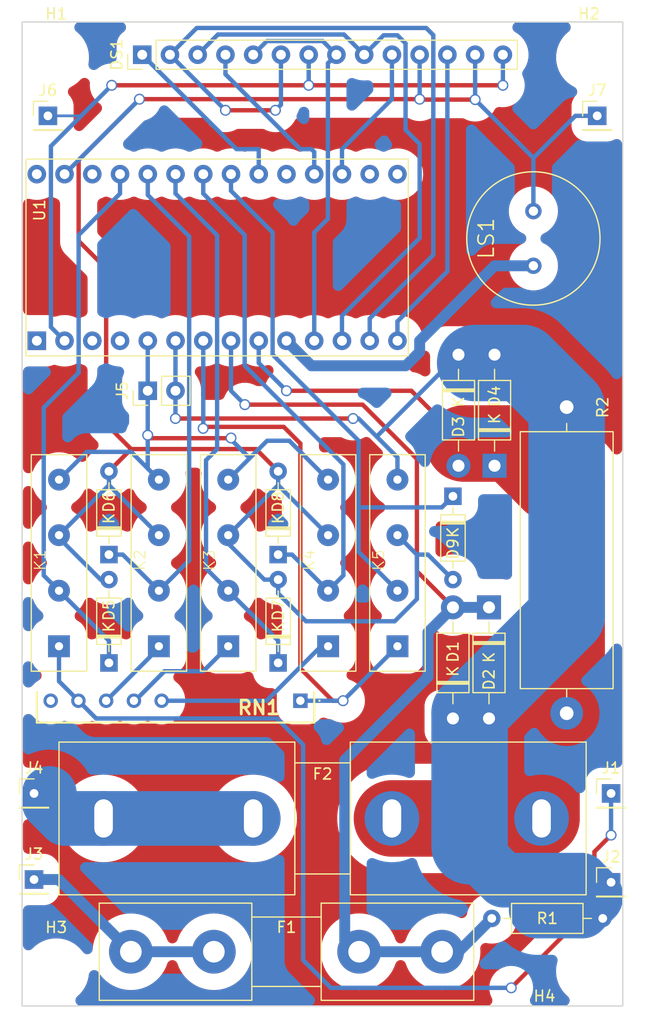
<source format=kicad_pcb>
(kicad_pcb (version 20221018) (generator pcbnew)
  (layers (0 "F.Cu" signal) (31 "B.Cu" signal) (34 "B.Paste" user) (35 "F.Paste" user) (36 "B.SilkS" user "B.Silkscreen") (37 "F.SilkS" user "F.Silkscreen") (38 "B.Mask" user) (39 "F.Mask" user) (44 "Edge.Cuts" user))
  (net 0 "")
  (net 1 "+3.3V")
  (net 2 "GND")
  (net 7 "/Speaker Control")
  (net 13 "/Input Common")
  (net 14 "/mA ADC In")
  (net 15 "/A ADC In")
  (net 16 "/TOUCH IRQ")
  (net 17 "/MISO")
  (net 18 "/MOSI")
  (net 19 "/TOUCH CS")
  (net 20 "/SCK")
  (net 21 "/TFT DC")
  (net 22 "/TFT CS")
  (net 23 "/mA In")
  (net 24 "/A In")
  (net 25 "/V{slash}Ohm In")
  (net 26 "/V{slash}Ohm ADC In")
  (net 27 "/Low Range Control")
  (net 28 "/Med Range Control")
  (net 29 "/High Range Control")
  (net 30 "/UH Range Control")
  (net 31 "/Ohm Vout")
  (net 32 "/V{slash}Ohm Control")
  (net 33 "Net-(K2-COM)")
  (net 34 "Net-(K3-COM)")
  (net 35 "Net-(K4-COM)")
  (footprint "502ProjectFootprints:SIL03-1A72-71_4" (layer "F.Cu") (at 139.192 102.87 90)
    (fp_text reference "K3" (at 0.254 -1.73 90 unlocked) (layer "F.SilkS") (effects (font (thickness 0.1))))
    (fp_text value "High Range")
    (pad "1" thru_hole rect (at -7.62 0 90) (size 2 2) (drill 0.75) (layers "*.Cu" "*.Mask") (net 34 "Net-(K3-COM)"))
    (pad "3" thru_hole circle (at -2.54 0 90) (size 2 2) (drill 0.75) (layers "*.Cu" "*.Mask" "Eco1.User") (net 29 "/High Range Control"))
    (pad "5" thru_hole circle (at 2.54 0 90) (size 2 2) (drill 0.75) (layers "*.Cu" "*.Mask") (net 2 "GND"))
    (pad "7" thru_hole circle (at 7.62 0 90) (size 2 2) (drill 0.75) (layers "*.Cu" "*.Mask") (net 26 "/V{slash}Ohm ADC In"))
  )
  (footprint "502ProjectFootprints:MountingHole_3mm" (layer "F.Cu") (at 172.212 140.208)
    (fp_text reference "H4" (at -4.064 2.286) (layer "F.SilkS"))
    (fp_text value "MountingHole")
    (pad "" np_thru_hole circle (at 0 0) (size 3 3) (drill 3) (layers "F&B.Cu" "*.Mask") (clearance 1.5))
  )
  (footprint "Diode_THT:D_DO-35_SOD27_P7.62mm_Horizontal" (layer "F.Cu") (at 128.27 102.108 90)
    (fp_text reference "D6" (at 4.826 0 90) (layer "F.SilkS"))
    (fp_text value "1N4148")
    (fp_text user "K" (at 3.302 0 90) (layer "F.SilkS"))
    (pad "1" thru_hole rect (at 0 0 90) (size 1.6 1.6) (drill 0.8) (layers "*.Cu" "*.Mask") (net 28 "/Med Range Control"))
    (pad "2" thru_hole oval (at 7.62 0 90) (size 1.6 1.6) (drill 0.8) (layers "*.Cu" "*.Mask") (net 2 "GND"))
  )
  (footprint "502ProjectFootprints:PinHeader_1x01_P2.54mm_Vertical_H0.8mm" (layer "F.Cu") (at 121.412 123.952)
    (fp_text reference "J4" (at 0 -2.33) (layer "F.SilkS"))
    (fp_text value "A")
    (pad "1" thru_hole rect (at 0 0) (size 1.7 1.7) (drill 0.8) (layers "*.Cu" "*.Mask") (net 24 "/A In"))
  )
  (footprint "Diode_THT:D_DO-41_SOD81_P10.16mm_Horizontal" (layer "F.Cu") (at 163.068 106.934 -90)
    (fp_text reference "D2" (at 6.604 0 90) (layer "F.SilkS"))
    (fp_text value "1N4001")
    (fp_text user "K" (at 4.572 0 90) (layer "F.SilkS"))
    (pad "1" thru_hole rect (at 0 0 270) (size 2.2 2.2) (drill 1.1) (layers "*.Cu" "*.Mask") (net 14 "/mA ADC In"))
    (pad "2" thru_hole oval (at 10.16 0 270) (size 2.2 2.2) (drill 1.1) (layers "*.Cu" "*.Mask") (net 13 "/Input Common"))
  )
  (footprint "502ProjectFootprints:PinHeader_1x01_P2.54mm_Vertical_H0.8mm" (layer "F.Cu") (at 172.974 61.976)
    (fp_text reference "J7" (at 0 -2.33) (layer "F.SilkS"))
    (fp_text value "GND")
    (pad "1" thru_hole rect (at 0 0) (size 1.7 1.7) (drill 0.8) (layers "*.Cu" "*.Mask") (net 2 "GND"))
  )
  (footprint "Diode_THT:D_DO-35_SOD27_P7.62mm_Horizontal" (layer "F.Cu") (at 159.766 96.774 -90)
    (fp_text reference "D9" (at 4.826 0 90) (layer "F.SilkS"))
    (fp_text value "1N4148")
    (fp_text user "K" (at 3.302 0 90) (layer "F.SilkS"))
    (pad "1" thru_hole rect (at 0 0 270) (size 1.6 1.6) (drill 0.8) (layers "*.Cu" "*.Mask") (net 32 "/V{slash}Ohm Control"))
    (pad "2" thru_hole oval (at 7.62 0 270) (size 1.6 1.6) (drill 0.8) (layers "*.Cu" "*.Mask") (net 2 "GND"))
  )
  (footprint "502ProjectFootprints:SIL03-1A72-71_4" (layer "F.Cu") (at 154.686 102.87 90)
    (fp_text reference "K5" (at 0.254 -1.73 90 unlocked) (layer "F.SilkS") (effects (font (thickness 0.1))))
    (fp_text value "V/Ohm Switch")
    (pad "1" thru_hole rect (at -7.62 0 90) (size 2 2) (drill 0.75) (layers "*.Cu" "*.Mask") (net 31 "/Ohm Vout"))
    (pad "3" thru_hole circle (at -2.54 0 90) (size 2 2) (drill 0.75) (layers "*.Cu" "*.Mask" "Eco1.User") (net 32 "/V{slash}Ohm Control"))
    (pad "5" thru_hole circle (at 2.54 0 90) (size 2 2) (drill 0.75) (layers "*.Cu" "*.Mask") (net 2 "GND"))
    (pad "7" thru_hole circle (at 7.62 0 90) (size 2 2) (drill 0.75) (layers "*.Cu" "*.Mask") (net 13 "/Input Common"))
  )
  (footprint "Diode_THT:D_DO-41_SOD81_P10.16mm_Horizontal" (layer "F.Cu") (at 159.766 117.094 90)
    (fp_text reference "D1" (at 6.096 0 90) (layer "F.SilkS"))
    (fp_text value "1N4001")
    (fp_text user "K" (at 4.318 0 90) (layer "F.SilkS"))
    (pad "1" thru_hole rect (at 0 0 90) (size 2.2 2.2) (drill 1.1) (layers "*.Cu" "*.Mask") (net 13 "/Input Common"))
    (pad "2" thru_hole oval (at 10.16 0 90) (size 2.2 2.2) (drill 1.1) (layers "*.Cu" "*.Mask") (net 14 "/mA ADC In"))
  )
  (footprint "502ProjectFootprints:PinHeader_1x01_P2.54mm_Vertical_H0.8mm" (layer "F.Cu") (at 121.412 131.826)
    (fp_text reference "J3" (at 0 -2.33) (layer "F.SilkS"))
    (fp_text value "mA")
    (pad "1" thru_hole rect (at 0 0) (size 1.7 1.7) (drill 0.8) (layers "*.Cu" "*.Mask") (net 23 "/mA In"))
  )
  (footprint "502ProjectFootprints:LF124061_2" (layer "F.Cu") (at 144.526 138.43)
    (fp_text reference "F1" (at 0 -2.238 unlocked) (layer "F.SilkS"))
    (fp_text value "250mA Fuse")
    (pad "1" thru_hole circle (at -14.25 0) (size 4 4) (drill 1.98) (layers "*.Cu" "*.Mask") (net 23 "/mA In"))
    (pad "2" thru_hole circle (at -6.65 0) (size 4 4) (drill 1.98) (layers "*.Cu" "*.Mask") (net 23 "/mA In"))
    (pad "3" thru_hole circle (at 6.65 0) (size 4 4) (drill 1.98) (layers "*.Cu" "*.Mask") (net 14 "/mA ADC In"))
    (pad "4" thru_hole circle (at 14.25 0) (size 4 4) (drill 1.98) (layers "*.Cu" "*.Mask") (net 14 "/mA ADC In"))
  )
  (footprint "502ProjectFootprints:MountingHole_3mm" (layer "F.Cu") (at 123.444 140.208)
    (fp_text reference "H3" (at 0 -4) (layer "F.SilkS"))
    (fp_text value "MountingHole")
    (pad "" np_thru_hole circle (at 0 0) (size 3 3) (drill 3) (layers "F&B.Cu" "*.Mask") (clearance 1.5))
  )
  (footprint "502ProjectFootprints:LOB-1528272_3" (layer "F.Cu") (at 170.18 102.616 90)
    (fp_text reference "R2" (at 13.97 3.302 90 unlocked) (layer "F.SilkS"))
    (fp_text value "0.05 Ohm")
    (pad "1" thru_hole circle (at -14 0 90) (size 3 3) (drill 1.25) (layers "*.Cu" "*.Mask") (net 15 "/A ADC In"))
    (pad "2" thru_hole circle (at 14 0 90) (size 3 3) (drill 1.25) (layers "*.Cu" "*.Mask") (net 13 "/Input Common"))
  )
  (footprint "502ProjectFootprints:MountingHole_3mm" (layer "F.Cu") (at 123.444 56.642)
    (fp_text reference "H1" (at 0 -4) (layer "F.SilkS"))
    (fp_text value "MountingHole")
    (pad "" np_thru_hole circle (at 0 0) (size 3 3) (drill 3) (layers "F&B.Cu" "*.Mask") (clearance 1.5))
  )
  (footprint "502ProjectFootprints:PinHeader_1x01_P2.54mm_Vertical_H0.8mm" (layer "F.Cu") (at 174.244 123.952)
    (fp_text reference "J1" (at 0 -2.33) (layer "F.SilkS"))
    (fp_text value "V/Ohm")
    (pad "1" thru_hole rect (at 0 0) (size 1.7 1.7) (drill 0.8) (layers "*.Cu" "*.Mask") (net 25 "/V{slash}Ohm In"))
  )
  (footprint "Resistor_THT:R_Axial_DIN0207_L6.3mm_D2.5mm_P10.16mm_Horizontal" (layer "F.Cu") (at 163.322 135.382)
    (fp_text reference "R1" (at 5.08 0) (layer "F.SilkS"))
    (fp_text value "5 Ohm")
    (pad "1" thru_hole circle (at 0 0) (size 1.6 1.6) (drill 0.8) (layers "*.Cu" "*.Mask") (net 14 "/mA ADC In"))
    (pad "2" thru_hole oval (at 10.16 0) (size 1.6 1.6) (drill 0.8) (layers "*.Cu" "*.Mask") (net 13 "/Input Common"))
  )
  (footprint "502ProjectFootprints:PinHeader_1x01_P2.54mm_Vertical_H0.8mm" (layer "F.Cu") (at 174.244 132.08)
    (fp_text reference "J2" (at 0 -2.33) (layer "F.SilkS"))
    (fp_text value "Com")
    (pad "1" thru_hole rect (at 0 0) (size 1.7 1.7) (drill 0.8) (layers "*.Cu" "*.Mask") (net 13 "/Input Common"))
  )
  (footprint "502ProjectFootprints:LF124041_3" (layer "F.Cu") (at 147.828 126.238)
    (fp_text reference "F2" (at 0 -4.064 unlocked) (layer "F.SilkS"))
    (fp_text value "10A Fuse")
    (pad "1" thru_hole circle (at -20.05 0) (size 5 5) (drill oval 1.7 3.5) (layers "*.Cu" "*.Mask") (net 24 "/A In"))
    (pad "2" thru_hole circle (at -6.35 0) (size 5 5) (drill oval 1.7 3.5) (layers "*.Cu" "*.Mask") (net 24 "/A In"))
    (pad "3" thru_hole circle (at 6.35 0) (size 5 5) (drill oval 1.7 3.5) (layers "*.Cu" "*.Mask") (net 15 "/A ADC In"))
    (pad "4" thru_hole circle (at 20.05 0) (size 5 5) (drill oval 1.7 3.5) (layers "*.Cu" "*.Mask") (net 15 "/A ADC In"))
  )
  (footprint "502ProjectFootprints:PinHeader_1x01_P2.54mm_Vertical_H0.8mm" (layer "F.Cu") (at 122.682 61.976)
    (fp_text reference "J6" (at 0 -2.33) (layer "F.SilkS"))
    (fp_text value "3.3V")
    (pad "1" thru_hole rect (at 0 0) (size 1.7 1.7) (drill 0.8) (layers "*.Cu" "*.Mask") (net 1 "+3.3V"))
  )
  (footprint "Diode_THT:D_DO-35_SOD27_P7.62mm_Horizontal" (layer "F.Cu") (at 143.764 102.108 90)
    (fp_text reference "D8" (at 4.826 0 90) (layer "F.SilkS"))
    (fp_text value "1N4148")
    (fp_text user "K" (at 3.302 0 90) (layer "F.SilkS"))
    (pad "1" thru_hole rect (at 0 0 90) (size 1.6 1.6) (drill 0.8) (layers "*.Cu" "*.Mask") (net 30 "/UH Range Control"))
    (pad "2" thru_hole oval (at 7.62 0 90) (size 1.6 1.6) (drill 0.8) (layers "*.Cu" "*.Mask") (net 2 "GND"))
  )
  (footprint "Diode_THT:D_DO-35_SOD27_P7.62mm_Horizontal" (layer "F.Cu") (at 143.764 112.014 90)
    (fp_text reference "D7" (at 4.826 0 90) (layer "F.SilkS"))
    (fp_text value "1N4148")
    (fp_text user "K" (at 3.302 0 90) (layer "F.SilkS"))
    (pad "1" thru_hole rect (at 0 0 90) (size 1.6 1.6) (drill 0.8) (layers "*.Cu" "*.Mask") (net 29 "/High Range Control"))
    (pad "2" thru_hole oval (at 7.62 0 90) (size 1.6 1.6) (drill 0.8) (layers "*.Cu" "*.Mask") (net 2 "GND"))
  )
  (footprint "502ProjectFootprints:SIL03-1A72-71_4" (layer "F.Cu") (at 123.698 102.87 90)
    (fp_text reference "K1" (at 0.254 -1.73 90 unlocked) (layer "F.SilkS") (effects (font (thickness 0.1))))
    (fp_text value "Low Range")
    (pad "1" thru_hole rect (at -7.62 0 90) (size 2 2) (drill 0.75) (layers "*.Cu" "*.Mask") (net 25 "/V{slash}Ohm In"))
    (pad "3" thru_hole circle (at -2.54 0 90) (size 2 2) (drill 0.75) (layers "*.Cu" "*.Mask" "Eco1.User") (net 27 "/Low Range Control"))
    (pad "5" thru_hole circle (at 2.54 0 90) (size 2 2) (drill 0.75) (layers "*.Cu" "*.Mask") (net 2 "GND"))
    (pad "7" thru_hole circle (at 7.62 0 90) (size 2 2) (drill 0.75) (layers "*.Cu" "*.Mask") (net 26 "/V{slash}Ohm ADC In"))
  )
  (footprint "502ProjectFootprints:PinHeader_1x02_P2.54mm_Vertical_H0.9mm" (layer "F.Cu") (at 131.821 87.122 90)
    (fp_text reference "J5" (at 0 -2.33 90) (layer "F.SilkS"))
    (fp_text value "Parallel Prot")
    (pad "1" thru_hole rect (at 0 0 90) (size 1.7 1.7) (drill 0.9) (layers "*.Cu" "*.Mask") (net 26 "/V{slash}Ohm ADC In"))
    (pad "2" thru_hole oval (at 0 2.54 90) (size 1.7 1.7) (drill 0.9) (layers "*.Cu" "*.Mask") (net 13 "/Input Common"))
  )
  (footprint "502ProjectFootprints:PinHeader_1x14_P2.54mm_Vertical_H0.9mm" (layer "F.Cu") (at 131.318 56.388 90)
    (fp_text reference "DS1" (at 0 -2.33 90) (layer "F.SilkS"))
    (fp_text value "TFT_Interface")
    (pad "1" thru_hole rect (at 0 0 90) (size 1.7 1.7) (drill 0.9) (layers "*.Cu" "*.Mask") (net 16 "/TOUCH IRQ"))
    (pad "2" thru_hole oval (at 0 2.54 90) (size 1.7 1.7) (drill 0.9) (layers "*.Cu" "*.Mask") (net 17 "/MISO"))
    (pad "3" thru_hole oval (at 0 5.08 90) (size 1.7 1.7) (drill 0.9) (layers "*.Cu" "*.Mask") (net 18 "/MOSI"))
    (pad "4" thru_hole oval (at 0 7.62 90) (size 1.7 1.7) (drill 0.9) (layers "*.Cu" "*.Mask") (net 19 "/TOUCH CS"))
    (pad "5" thru_hole oval (at 0 10.16 90) (size 1.7 1.7) (drill 0.9) (layers "*.Cu" "*.Mask") (net 20 "/SCK"))
    (pad "6" thru_hole oval (at 0 12.7 90) (size 1.7 1.7) (drill 0.9) (layers "*.Cu" "*.Mask") (net 17 "/MISO"))
    (pad "7" thru_hole oval (at 0 15.24 90) (size 1.7 1.7) (drill 0.9) (layers "*.Cu" "*.Mask") (net 1 "+3.3V"))
    (pad "8" thru_hole oval (at 0 17.78 90) (size 1.7 1.7) (drill 0.9) (layers "*.Cu" "*.Mask") (net 20 "/SCK"))
    (pad "9" thru_hole oval (at 0 20.32 90) (size 1.7 1.7) (drill 0.9) (layers "*.Cu" "*.Mask") (net 18 "/MOSI"))
    (pad "10" thru_hole oval (at 0 22.86 90) (size 1.7 1.7) (drill 0.9) (layers "*.Cu" "*.Mask") (net 21 "/TFT DC"))
    (pad "11" thru_hole oval (at 0 25.4 90) (size 1.7 1.7) (drill 0.9) (layers "*.Cu" "*.Mask") (net 2 "GND"))
    (pad "12" thru_hole oval (at 0 27.94 90) (size 1.7 1.7) (drill 0.9) (layers "*.Cu" "*.Mask") (net 22 "/TFT CS"))
    (pad "13" thru_hole oval (at 0 30.48 90) (size 1.7 1.7) (drill 0.9) (layers "*.Cu" "*.Mask") (net 2 "GND"))
    (pad "14" thru_hole oval (at 0 33.02 90) (size 1.7 1.7) (drill 0.9) (layers "*.Cu" "*.Mask") (net 1 "+3.3V"))
  )
  (footprint "502ProjectFootprints:1776-C68-1" (layer "F.Cu") (at 145.796 115.473 180)
    (fp_text reference "RN1" (at 3.81 -0.635) (layer "F.SilkS") (effects (font (size 1.27 1.27) (thickness 0.254))))
    (fp_text value "1776-C68" hide)
    (pad "1" thru_hole circle (at 22.86 0 180) (size 1.32 1.32) (drill 0.77) (layers "*.Cu" "*.Mask"))
    (pad "2" thru_hole circle (at 20.32 0 180) (size 1.32 1.32) (drill 0.77) (layers "*.Cu" "*.Mask") (net 25 "/V{slash}Ohm In"))
    (pad "3" thru_hole circle (at 17.78 0 180) (size 1.32 1.32) (drill 0.77) (layers "*.Cu" "*.Mask") (net 33 "Net-(K2-COM)"))
    (pad "4" thru_hole circle (at 15.24 0 180) (size 1.32 1.32) (drill 0.77) (layers "*.Cu" "*.Mask") (net 34 "Net-(K3-COM)"))
    (pad "5" thru_hole circle (at 12.7 0 180) (size 1.32 1.32) (drill 0.77) (layers "*.Cu" "*.Mask") (net 35 "Net-(K4-COM)"))
    (pad "6" thru_hole rect (at 0 0 180) (size 1.32 1.32) (drill 0.77) (layers "*.Cu" "*.Mask") (net 31 "/Ohm Vout"))
  )
  (footprint "Diode_THT:D_DO-41_SOD81_P10.16mm_Horizontal" (layer "F.Cu") (at 163.576 93.98 90)
    (fp_text reference "D4" (at 6.35 0 90) (layer "F.SilkS"))
    (fp_text value "1N4001")
    (fp_text user "K" (at 4.318 0 90) (layer "F.SilkS"))
    (pad "1" thru_hole rect (at 0 0 90) (size 2.2 2.2) (drill 1.1) (layers "*.Cu" "*.Mask") (net 15 "/A ADC In"))
    (pad "2" thru_hole oval (at 10.16 0 90) (size 2.2 2.2) (drill 1.1) (layers "*.Cu" "*.Mask") (net 13 "/Input Common"))
  )
  (footprint "502ProjectFootprints:XDCR_PS1240P02BT" (layer "F.Cu") (at 167.132 73.192 90)
    (fp_text reference "LS1" (at 0 -4.318 90) (layer "F.SilkS") (effects (font (size 1.4 1.4))))
    (fp_text value "PS1240P02BT")
    (pad "1" thru_hole circle (at -2.5 0 90) (size 1.5 1.5) (drill 0.85) (layers "*.Cu" "*.Mask") (net 7 "/Speaker Control"))
    (pad "2" thru_hole circle (at 2.5 0 90) (size 1.5 1.5) (drill 0.85) (layers "*.Cu" "*.Mask") (net 2 "GND"))
  )
  (footprint "Diode_THT:D_DO-35_SOD27_P7.62mm_Horizontal" (layer "F.Cu") (at 128.27 112.014 90)
    (fp_text reference "D5" (at 4.826 0 90) (layer "F.SilkS"))
    (fp_text value "1N4148")
    (fp_text user "K" (at 3.302 0 90) (layer "F.SilkS"))
    (pad "1" thru_hole rect (at 0 0 90) (size 1.6 1.6) (drill 0.8) (layers "*.Cu" "*.Mask") (net 27 "/Low Range Control"))
    (pad "2" thru_hole oval (at 7.62 0 90) (size 1.6 1.6) (drill 0.8) (layers "*.Cu" "*.Mask") (net 2 "GND"))
  )
  (footprint "502ProjectFootprints:MountingHole_3mm" (layer "F.Cu") (at 172.212 56.642)
    (fp_text reference "H2" (at 0 -4) (layer "F.SilkS"))
    (fp_text value "MountingHole")
    (pad "" np_thru_hole circle (at 0 0) (size 3 3) (drill 3) (layers "F&B.Cu" "*.Mask") (clearance 1.5))
  )
  (footprint "502ProjectFootprints:ItsyBitsy" (layer "F.Cu") (at 138.176 74.93 90)
    (fp_text reference "U1" (at 4.318 -16.256 90 unlocked) (layer "F.SilkS"))
    (fp_text value "ItsyBitsy_NRF52840_Big")
    (pad "1" thru_hole rect (at -7.62 -16.51 90) (size 1.7 1.7) (drill 0.9) (layers "*.Cu" "*.Mask"))
    (pad "2" thru_hole circle (at -7.62 -13.97 90) (size 1.7 1.7) (drill 0.9) (layers "*.Cu" "*.Mask") (net 1 "+3.3V"))
    (pad "3" thru_hole circle (at -7.62 -11.43 90) (size 1.7 1.7) (drill 0.9) (layers "*.Cu" "*.Mask"))
    (pad "4" thru_hole circle (at -7.62 -8.89 90) (size 1.7 1.7) (drill 0.9) (layers "*.Cu" "*.Mask"))
    (pad "5" thru_hole circle (at -7.62 -6.35 90) (size 1.7 1.7) (drill 0.9) (layers "*.Cu" "*.Mask") (net 26 "/V{slash}Ohm ADC In"))
    (pad "6" thru_hole circle (at -7.62 -3.81 90) (size 1.7 1.7) (drill 0.9) (layers "*.Cu" "*.Mask") (net 13 "/Input Common"))
    (pad "7" thru_hole circle (at -7.62 -1.27 90) (size 1.7 1.7) (drill 0.9) (layers "*.Cu" "*.Mask") (net 31 "/Ohm Vout"))
    (pad "8" thru_hole circle (at -7.62 1.27 90) (size 1.7 1.7) (drill 0.9) (layers "*.Cu" "*.Mask") (net 14 "/mA ADC In"))
    (pad "9" thru_hole circle (at -7.62 3.81 90) (size 1.7 1.7) (drill 0.9) (layers "*.Cu" "*.Mask") (net 15 "/A ADC In"))
    (pad "10" thru_hole circle (at -7.62 6.35 90) (size 1.7 1.7) (drill 0.9) (layers "*.Cu" "*.Mask") (net 7 "/Speaker Control"))
    (pad "11" thru_hole circle (at -7.62 8.89 90) (size 1.7 1.7) (drill 0.9) (layers "*.Cu" "*.Mask") (net 20 "/SCK"))
    (pad "12" thru_hole circle (at -7.62 11.43 90) (size 1.7 1.7) (drill 0.9) (layers "*.Cu" "*.Mask") (net 18 "/MOSI"))
    (pad "13" thru_hole circle (at -7.62 13.97 90) (size 1.7 1.7) (drill 0.9) (layers "*.Cu" "*.Mask") (net 17 "/MISO"))
    (pad "14" thru_hole circle (at -7.62 16.51 90) (size 1.7 1.7) (drill 0.9) (layers "*.Cu" "*.Mask") (net 22 "/TFT CS"))
    (pad "15" thru_hole circle (at 7.62 16.51 90) (size 1.7 1.7) (drill 0.9) (layers "*.Cu" "*.Mask"))
    (pad "16" thru_hole circle (at 7.62 13.97 90) (size 1.7 1.7) (drill 0.9) (layers "*.Cu" "*.Mask"))
    (pad "17" thru_hole circle (at 7.62 11.43 90) (size 1.7 1.7) (drill 0.9) (layers "*.Cu" "*.Mask") (net 21 "/TFT DC"))
    (pad "18" thru_hole circle (at 7.62 8.89 90) (size 1.7 1.7) (drill 0.9) (layers "*.Cu" "*.Mask") (net 19 "/TOUCH CS"))
    (pad "19" thru_hole circle (at 7.62 6.35 90) (size 1.7 1.7) (drill 0.9) (layers "*.Cu" "*.Mask"))
    (pad "20" thru_hole circle (at 7.62 3.81 90) (size 1.7 1.7) (drill 0.9) (layers "*.Cu" "*.Mask") (net 16 "/TOUCH IRQ"))
    (pad "21" thru_hole circle (at 7.62 1.27 90) (size 1.7 1.7) (drill 0.9) (layers "*.Cu" "*.Mask") (net 32 "/V{slash}Ohm Control"))
    (pad "22" thru_hole circle (at 7.62 -1.27 90) (size 1.7 1.7) (drill 0.9) (layers "*.Cu" "*.Mask") (net 30 "/UH Range Control"))
    (pad "23" thru_hole circle (at 7.62 -3.81 90) (size 1.7 1.7) (drill 0.9) (layers "*.Cu" "*.Mask") (net 29 "/High Range Control"))
    (pad "24" thru_hole circle (at 7.62 -6.35 90) (size 1.7 1.7) (drill 0.9) (layers "*.Cu" "*.Mask") (net 28 "/Med Range Control"))
    (pad "25" thru_hole circle (at 7.62 -8.89 90) (size 1.7 1.7) (drill 0.9) (layers "*.Cu" "*.Mask") (net 27 "/Low Range Control"))
    (pad "26" thru_hole circle (at 7.62 -11.43 90) (size 1.7 1.7) (drill 0.9) (layers "*.Cu" "*.Mask"))
    (pad "27" thru_hole circle (at 7.62 -13.97 90) (size 1.7 1.7) (drill 0.9) (layers "*.Cu" "*.Mask") (net 2 "GND"))
    (pad "28" thru_hole circle (at 7.62 -16.51 90) (size 1.7 1.7) (drill 0.9) (layers "*.Cu" "*.Mask"))
  )
  (footprint "502ProjectFootprints:SIL03-1A72-71_4" (layer "F.Cu") (at 132.842 102.87 90)
    (fp_text reference "K2" (at 0.254 -1.73 90 unlocked) (layer "F.SilkS") (effects (font (thickness 0.1))))
    (fp_text value "Medium Range")
    (pad "1" thru_hole rect (at -7.62 0 90) (size 2 2) (drill 0.75) (layers "*.Cu" "*.Mask") (net 33 "Net-(K2-COM)"))
    (pad "3" thru_hole circle (at -2.54 0 90) (size 2 2) (drill 0.75) (layers "*.Cu" "*.Mask" "Eco1.User") (net 28 "/Med Range Control"))
    (pad "5" thru_hole circle (at 2.54 0 90) (size 2 2) (drill 0.75) (layers "*.Cu" "*.Mask") (net 2 "GND"))
    (pad "7" thru_hole circle (at 7.62 0 90) (size 2 2) (drill 0.75) (layers "*.Cu" "*.Mask") (net 26 "/V{slash}Ohm ADC In"))
  )
  (footprint "502ProjectFootprints:SIL03-1A72-71_4" (layer "F.Cu") (at 148.336 102.87 90)
    (fp_text reference "K4" (at 0.254 -1.73 90 unlocked) (layer "F.SilkS") (effects (font (thickness 0.1))))
    (fp_text value "UH Range (Ohm Only)")
    (pad "1" thru_hole rect (at -7.62 0 90) (size 2 2) (drill 0.75) (layers "*.Cu" "*.Mask") (net 35 "Net-(K4-COM)"))
    (pad "3" thru_hole circle (at -2.54 0 90) (size 2 2) (drill 0.75) (layers "*.Cu" "*.Mask" "Eco1.User") (net 30 "/UH Range Control"))
    (pad "5" thru_hole circle (at 2.54 0 90) (size 2 2) (drill 0.75) (layers "*.Cu" "*.Mask") (net 2 "GND"))
    (pad "7" thru_hole circle (at 7.62 0 90) (size 2 2) (drill 0.75) (layers "*.Cu" "*.Mask") (net 26 "/V{slash}Ohm ADC In"))
  )
  (footprint "Diode_THT:D_DO-41_SOD81_P10.16mm_Horizontal" (layer "F.Cu") (at 160.274 83.82 -90)
    (fp_text reference "D3" (at 6.604 0 90) (layer "F.SilkS"))
    (fp_text value "1N4001")
    (fp_text user "K" (at 4.318 0 90) (layer "F.SilkS"))
    (pad "1" thru_hole rect (at 0 0 270) (size 2.2 2.2) (drill 1.1) (layers "*.Cu" "*.Mask") (net 13 "/Input Common"))
    (pad "2" thru_hole oval (at 10.16 0 270) (size 2.2 2.2) (drill 1.1) (layers "*.Cu" "*.Mask") (net 15 "/A ADC In"))
  )
  (gr_rect (start 120.318 53.388) (end 175.318 143.388) (stroke (width 0.1)) (fill none) (layer "Edge.Cuts"))
  (gr_rect (start 120.318 53.388) (end 175.318 143.388) (stroke (width 0.1)) (fill none) (layer "Edge.Cuts"))
  (segment (start 146.558 59.182) (end 128.524 59.182) (width 0.4) (layer "F.Cu") (net 1))
  (segment (start 164.338 59.182) (end 146.558 59.182) (width 0.4) (layer "F.Cu") (net 1))
  (via (at 164.338 59.182) (size 1) (drill 0.75) (layers "F.Cu" "B.Cu") (net 1))
  (via (at 146.558 59.182) (size 1) (drill 0.75) (layers "F.Cu" "B.Cu") (net 1))
  (via (at 128.524 59.182) (size 1) (drill 0.75) (layers "F.Cu" "B.Cu") (net 1))
  (segment (start 122.682 61.976) (end 125.73 61.976) (width 0.25) (layer "B.Cu") (net 1))
  (segment (start 122.956 81.3) (end 124.206 82.55) (width 0.4) (layer "B.Cu") (net 1))
  (segment (start 128.524 59.182) (end 125.73 61.976) (width 0.4) (layer "B.Cu") (net 1))
  (segment (start 122.956 64.75) (end 122.956 81.3) (width 0.4) (layer "B.Cu") (net 1))
  (segment (start 146.558 56.388) (end 146.558 59.182) (width 0.4) (layer "B.Cu") (net 1))
  (segment (start 164.338 56.388) (end 164.338 59.182) (width 0.4) (layer "B.Cu") (net 1))
  (segment (start 125.73 61.976) (end 122.956 64.75) (width 0.4) (layer "B.Cu") (net 1))
  (segment (start 141.732 92.456) (end 143.764 94.488) (width 0.4) (layer "F.Cu") (net 2))
  (segment (start 128.27 94.488) (end 130.302 92.456) (width 0.4) (layer "F.Cu") (net 2))
  (segment (start 130.302 92.456) (end 141.732 92.456) (width 0.4) (layer "F.Cu") (net 2))
  (segment (start 131.064 60.452) (end 156.718 60.452) (width 0.4) (layer "F.Cu") (net 2))
  (segment (start 128.016 90.17) (end 128.016 75.946) (width 0.4) (layer "F.Cu") (net 2))
  (segment (start 125.496 66.02) (end 131.064 60.452) (width 0.4) (layer "F.Cu") (net 2))
  (segment (start 156.758 60.492) (end 156.718 60.452) (width 0.4) (layer "F.Cu") (net 2))
  (segment (start 128.016 75.946) (end 125.496 73.426) (width 0.4) (layer "F.Cu") (net 2))
  (segment (start 161.798 60.492) (end 156.758 60.492) (width 0.4) (layer "F.Cu") (net 2))
  (segment (start 125.496 73.426) (end 125.496 66.02) (width 0.4) (layer "F.Cu") (net 2))
  (segment (start 130.302 92.456) (end 128.016 90.17) (width 0.4) (layer "F.Cu") (net 2))
  (via (at 156.718 60.452) (size 1) (drill 0.75) (layers "F.Cu" "B.Cu") (net 2))
  (via (at 161.798 60.492) (size 1) (drill 0.75) (layers "F.Cu" "B.Cu") (net 2))
  (via (at 131.064 60.452) (size 1) (drill 0.75) (layers "F.Cu" "B.Cu") (net 2))
  (segment (start 142.494 104.394) (end 139.192 101.092) (width 0.4) (layer "B.Cu") (net 2))
  (segment (start 128.27 95.758) (end 132.842 100.33) (width 0.4) (layer "B.Cu") (net 2))
  (segment (start 139.192 100.33) (end 143.764 95.758) (width 0.4) (layer "B.Cu") (net 2))
  (segment (start 156.464 102.108) (end 156.464 106.172) (width 0.4) (layer "B.Cu") (net 2))
  (segment (start 146.304 108.204) (end 143.764 105.664) (width 0.4) (layer "B.Cu") (net 2))
  (segment (start 170.982 61.976) (end 172.974 61.976) (width 0.4) (layer "B.Cu") (net 2))
  (segment (start 167.132 65.826) (end 170.982 61.976) (width 0.4) (layer "B.Cu") (net 2))
  (segment (start 156.718 56.388) (end 156.718 60.452) (width 0.4) (layer "B.Cu") (net 2))
  (segment (start 156.464 106.172) (end 154.432 108.204) (width 0.4) (layer "B.Cu") (net 2))
  (segment (start 143.764 105.664) (end 143.764 104.394) (width 0.4) (layer "B.Cu") (net 2))
  (segment (start 143.764 104.394) (end 142.494 104.394) (width 0.4) (layer "B.Cu") (net 2))
  (segment (start 139.192 101.092) (end 139.192 100.33) (width 0.4) (layer "B.Cu") (net 2))
  (segment (start 131.064 60.452) (end 124.206 67.31) (width 0.4) (layer "B.Cu") (net 2))
  (segment (start 167.132 70.692) (end 167.132 65.826) (width 0.4) (layer "B.Cu") (net 2))
  (segment (start 154.686 100.33) (end 156.464 102.108) (width 0.4) (layer "B.Cu") (net 2))
  (segment (start 123.698 100.33) (end 128.27 95.758) (width 0.4) (layer "B.Cu") (net 2))
  (segment (start 167.132 65.826) (end 161.798 60.492) (width 0.4) (layer "B.Cu") (net 2))
  (segment (start 159.766 104.394) (end 157.48 102.108) (width 0.4) (layer "B.Cu") (net 2))
  (segment (start 157.48 102.108) (end 156.464 102.108) (width 0.4) (layer "B.Cu") (net 2))
  (segment (start 127.508 104.394) (end 123.698 100.584) (width 0.4) (layer "B.Cu") (net 2))
  (segment (start 123.698 100.584) (end 123.698 100.33) (width 0.4) (layer "B.Cu") (net 2))
  (segment (start 128.27 94.488) (end 128.27 95.758) (width 0.4) (layer "B.Cu") (net 2))
  (segment (start 143.764 94.488) (end 143.764 95.758) (width 0.4) (layer "B.Cu") (net 2))
  (segment (start 143.764 95.758) (end 148.336 100.33) (width 0.4) (layer "B.Cu") (net 2))
  (segment (start 128.27 104.394) (end 127.508 104.394) (width 0.4) (layer "B.Cu") (net 2))
  (segment (start 161.798 56.388) (end 161.798 60.492) (width 0.4) (layer "B.Cu") (net 2))
  (segment (start 154.432 108.204) (end 146.304 108.204) (width 0.4) (layer "B.Cu") (net 2))
  (segment (start 144.526 82.55) (end 146.812 84.836) (width 1) (layer "B.Cu") (net 7))
  (segment (start 156.718 82.55) (end 163.576 75.692) (width 1) (layer "B.Cu") (net 7))
  (segment (start 163.576 75.692) (end 167.132 75.692) (width 1) (layer "B.Cu") (net 7))
  (segment (start 156.718 83.566) (end 156.718 82.55) (width 1) (layer "B.Cu") (net 7))
  (segment (start 155.448 84.836) (end 156.718 83.566) (width 1) (layer "B.Cu") (net 7))
  (segment (start 146.812 84.836) (end 155.448 84.836) (width 1) (layer "B.Cu") (net 7))
  (segment (start 150.622 89.660957) (end 150.620957 89.662) (width 0.4) (layer "F.Cu") (net 13))
  (segment (start 150.620957 89.662) (end 134.366 89.662) (width 0.4) (layer "F.Cu") (net 13))
  (segment (start 134.366 89.662) (end 134.361 89.657) (width 0.4) (layer "F.Cu") (net 13))
  (via (at 150.622 89.660957) (size 1) (drill 0.75) (layers "F.Cu" "B.Cu") (net 13))
  (via (at 134.361 89.657) (size 1) (drill 0.75) (layers "F.Cu" "B.Cu") (net 13))
  (segment (start 150.622 89.660957) (end 151.128957 89.660957) (width 0.4) (layer "B.Cu") (net 13))
  (segment (start 151.128957 89.660957) (end 152.781 91.313) (width 0.4) (layer "B.Cu") (net 13))
  (segment (start 160.274 83.82) (end 152.781 91.313) (width 0.4) (layer "B.Cu") (net 13))
  (segment (start 170.18 107.696) (end 161.29 116.586) (width 7) (layer "B.Cu") (net 13))
  (segment (start 171.506 131.882) (end 172.818 133.194) (width 5) (layer "B.Cu") (net 13))
  (segment (start 161.29 128.778) (end 164.394 131.882) (width 5) (layer "B.Cu") (net 13))
  (segment (start 171.616 134.708) (end 167.474 134.708) (width 5) (layer "B.Cu") (net 13))
  (segment (start 152.781 91.313) (end 154.686 93.218) (width 0.4) (layer "B.Cu") (net 13))
  (segment (start 163.576 83.82) (end 160.274 83.82) (width 0.4) (layer "B.Cu") (net 13))
  (segment (start 172.818 133.194) (end 172.818 133.506) (width 5) (layer "B.Cu") (net 13))
  (segment (start 161.29 116.586) (end 161.29 128.778) (width 7) (layer "B.Cu") (net 13))
  (segment (start 165.862 84.582) (end 161.798 84.582) (width 7) (layer "B.Cu") (net 13))
  (segment (start 167.474 134.708) (end 167.386 134.62) (width 5) (layer "B.Cu") (net 13))
  (segment (start 154.686 93.218) (end 154.686 95.25) (width 0.4) (layer "B.Cu") (net 13))
  (segment (start 134.361 87.122) (end 134.361 89.657) (width 0.4) (layer "B.Cu") (net 13))
  (segment (start 164.394 131.882) (end 171.506 131.882) (width 5) (layer "B.Cu") (net 13))
  (segment (start 134.361 87.122) (end 134.361 82.555) (width 0.4) (layer "B.Cu") (net 13))
  (segment (start 134.361 82.555) (end 134.366 82.55) (width 0.4) (layer "B.Cu") (net 13))
  (segment (start 170.18 88.616) (end 170.18 107.696) (width 7) (layer "B.Cu") (net 13))
  (segment (start 172.818 133.506) (end 171.616 134.708) (width 5) (layer "B.Cu") (net 13))
  (segment (start 170.18 88.616) (end 166.146 84.582) (width 7) (layer "B.Cu") (net 13))
  (segment (start 166.146 84.582) (end 165.862 84.582) (width 7) (layer "B.Cu") (net 13))
  (segment (start 159.766 106.934) (end 156.464 103.632) (width 0.4) (layer "F.Cu") (net 14))
  (segment (start 151.499371 88.392) (end 140.716 88.392) (width 0.4) (layer "F.Cu") (net 14))
  (segment (start 156.464 93.356629) (end 151.499371 88.392) (width 0.4) (layer "F.Cu") (net 14))
  (segment (start 156.464 103.632) (end 156.464 93.356629) (width 0.4) (layer "F.Cu") (net 14))
  (via (at 140.716 88.392) (size 1) (drill 0.75) (layers "F.Cu" "B.Cu") (net 14))
  (segment (start 149.86 137.414) (end 149.86 120.904) (width 1) (layer "B.Cu") (net 14))
  (segment (start 149.86 120.904) (end 157.48 113.284) (width 1) (layer "B.Cu") (net 14))
  (segment (start 163.068 106.934) (end 159.766 106.934) (width 1) (layer "B.Cu") (net 14))
  (segment (start 157.48 109.22) (end 159.766 106.934) (width 1) (layer "B.Cu") (net 14))
  (segment (start 150.876 138.43) (end 160.274 138.43) (width 1) (layer "B.Cu") (net 14))
  (segment (start 139.446 87.122) (end 139.446 82.55) (width 0.4) (layer "B.Cu") (net 14))
  (segment (start 140.716 88.392) (end 139.446 87.122) (width 0.4) (layer "B.Cu") (net 14))
  (segment (start 150.876 138.43) (end 149.86 137.414) (width 1) (layer "B.Cu") (net 14))
  (segment (start 157.48 113.284) (end 157.48 109.22) (width 1) (layer "B.Cu") (net 14))
  (segment (start 160.274 138.43) (end 163.322 135.382) (width 1) (layer "B.Cu") (net 14))
  (segment (start 168.656 95.504) (end 165.1 91.948) (width 7) (layer "F.Cu") (net 15))
  (segment (start 144.526 87.122) (end 155.956 87.122) (width 0.4) (layer "F.Cu") (net 15))
  (segment (start 170.18 95.504) (end 168.656 95.504) (width 7) (layer "F.Cu") (net 15))
  (segment (start 165.1 91.948) (end 160.782 91.948) (width 7) (layer "F.Cu") (net 15))
  (segment (start 155.956 87.122) (end 160.782 91.948) (width 0.4) (layer "F.Cu") (net 15))
  (segment (start 170.18 116.616) (end 170.18 95.504) (width 7) (layer "F.Cu") (net 15))
  (segment (start 154.178 126.238) (end 167.878 126.238) (width 7) (layer "F.Cu") (net 15))
  (segment (start 167.878 118.918) (end 170.18 116.616) (width 7) (layer "F.Cu") (net 15))
  (segment (start 167.878 126.238) (end 167.878 118.918) (width 7) (layer "F.Cu") (net 15))
  (via (at 144.526 87.122) (size 1) (drill 0.75) (layers "F.Cu" "B.Cu") (net 15))
  (segment (start 144.50725 87.10325) (end 141.986 84.582) (width 0.4) (layer "B.Cu") (net 15))
  (segment (start 141.986 84.582) (end 141.986 82.55) (width 0.4) (layer "B.Cu") (net 15))
  (segment (start 144.50725 87.10325) (end 144.526 87.122) (width 0.4) (layer "B.Cu") (net 15))
  (segment (start 139.954 65.024) (end 141.986 65.024) (width 0.4) (layer "B.Cu") (net 16))
  (segment (start 131.318 56.388) (end 139.954 65.024) (width 0.4) (layer "B.Cu") (net 16))
  (segment (start 141.986 65.024) (end 141.986 67.31) (width 0.4) (layer "B.Cu") (net 16))
  (segment (start 138.938 61.468) (end 143.51 61.468) (width 0.4) (layer "F.Cu") (net 17))
  (via (at 143.51 61.468) (size 1) (drill 0.75) (layers "F.Cu" "B.Cu") (net 17))
  (via (at 138.938 61.468) (size 1) (drill 0.75) (layers "F.Cu" "B.Cu") (net 17))
  (segment (start 136.308 53.938) (end 133.858 56.388) (width 0.4) (layer "B.Cu") (net 17))
  (segment (start 157.968 74.696) (end 157.968 54.59) (width 0.4) (layer "B.Cu") (net 17))
  (segment (start 152.146 80.518) (end 157.968 74.696) (width 0.4) (layer "B.Cu") (net 17))
  (segment (start 143.51 61.468) (end 144.018 60.96) (width 0.4) (layer "B.Cu") (net 17))
  (segment (start 157.968 54.59) (end 157.316 53.938) (width 0.4) (layer "B.Cu") (net 17))
  (segment (start 133.858 56.388) (end 138.938 61.468) (width 0.4) (layer "B.Cu") (net 17))
  (segment (start 152.146 82.55) (end 152.146 80.518) (width 0.4) (layer "B.Cu") (net 17))
  (segment (start 144.018 60.96) (end 144.018 56.388) (width 0.4) (layer "B.Cu") (net 17))
  (segment (start 157.316 53.938) (end 136.308 53.938) (width 0.4) (layer "B.Cu") (net 17))
  (segment (start 138.248 54.538) (end 136.398 56.388) (width 0.4) (layer "B.Cu") (net 18))
  (segment (start 155.428 55.352) (end 154.686 54.61) (width 0.4) (layer "B.Cu") (net 18))
  (segment (start 155.428 63.266) (end 155.428 55.352) (width 0.4) (layer "B.Cu") (net 18))
  (segment (start 154.686 54.61) (end 153.416 54.61) (width 0.4) (layer "B.Cu") (net 18))
  (segment (start 149.606 82.55) (end 149.606 80.264) (width 0.4) (layer "B.Cu") (net 18))
  (segment (start 156.718 64.556) (end 155.428 63.266) (width 0.4) (layer "B.Cu") (net 18))
  (segment (start 156.718 73.152) (end 156.718 64.556) (width 0.4) (layer "B.Cu") (net 18))
  (segment (start 149.606 80.264) (end 156.718 73.152) (width 0.4) (layer "B.Cu") (net 18))
  (segment (start 149.788 54.538) (end 138.248 54.538) (width 0.4) (layer "B.Cu") (net 18))
  (segment (start 151.638 56.388) (end 149.788 54.538) (width 0.4) (layer "B.Cu") (net 18))
  (segment (start 153.416 54.61) (end 151.638 56.388) (width 0.4) (layer "B.Cu") (net 18))
  (segment (start 146.812 65.024) (end 145.793207 65.024) (width 0.4) (layer "B.Cu") (net 19))
  (segment (start 147.066 65.278) (end 146.812 65.024) (width 0.4) (layer "B.Cu") (net 19))
  (segment (start 147.066 67.31) (end 147.066 65.278) (width 0.4) (layer "B.Cu") (net 19))
  (segment (start 145.793207 65.024) (end 138.938 58.168793) (width 0.4) (layer "B.Cu") (net 19))
  (segment (start 138.938 58.168793) (end 138.938 56.388) (width 0.4) (layer "B.Cu") (net 19))
  (segment (start 148.316 57.17) (end 149.098 56.388) (width 0.4) (layer "B.Cu") (net 20))
  (segment (start 147.066 82.55) (end 147.066 72.644) (width 0.4) (layer "B.Cu") (net 20))
  (segment (start 149.098 56.388) (end 147.848 55.138) (width 0.4) (layer "B.Cu") (net 20))
  (segment (start 142.728 55.138) (end 141.478 56.388) (width 0.4) (layer "B.Cu") (net 20))
  (segment (start 147.066 72.644) (end 148.316 71.394) (width 0.4) (layer "B.Cu") (net 20))
  (segment (start 148.316 71.394) (end 148.316 57.17) (width 0.4) (layer "B.Cu") (net 20))
  (segment (start 147.848 55.138) (end 142.728 55.138) (width 0.4) (layer "B.Cu") (net 20))
  (segment (start 149.606 65.024) (end 154.178 60.452) (width 0.4) (layer "B.Cu") (net 21))
  (segment (start 154.178 60.452) (end 154.178 56.388) (width 0.4) (layer "B.Cu") (net 21))
  (segment (start 149.606 67.31) (end 149.606 65.024) (width 0.4) (layer "B.Cu") (net 21))
  (segment (start 159.258 76.2) (end 154.686 80.772) (width 0.4) (layer "B.Cu") (net 22))
  (segment (start 154.686 80.772) (end 154.686 82.55) (width 0.4) (layer "B.Cu") (net 22))
  (segment (start 159.258 56.388) (end 159.258 76.2) (width 0.4) (layer "B.Cu") (net 22))
  (segment (start 123.672 131.826) (end 121.412 131.826) (width 1) (layer "B.Cu") (net 23))
  (segment (start 130.276 138.43) (end 137.876 138.43) (width 1) (layer "B.Cu") (net 23))
  (segment (start 130.276 138.43) (end 123.672 131.826) (width 1) (layer "B.Cu") (net 23))
  (segment (start 127.778 126.238) (end 141.478 126.238) (width 5) (layer "B.Cu") (net 24))
  (segment (start 127.778 126.238) (end 124.242467 126.238) (width 5) (layer "B.Cu") (net 24))
  (segment (start 124.242467 126.238) (end 122.818 124.813533) (width 5) (layer "B.Cu") (net 24))
  (segment (start 122.818 124.813533) (end 122.818 123.952) (width 5) (layer "B.Cu") (net 24))
  (segment (start 172.72 129.286) (end 174.244 127.762) (width 0.4) (layer "F.Cu") (net 25))
  (segment (start 165.1 141.732) (end 172.72 134.112) (width 0.4) (layer "F.Cu") (net 25))
  (segment (start 172.72 134.112) (end 172.72 129.286) (width 0.4) (layer "F.Cu") (net 25))
  (via (at 165.1 141.732) (size 1) (drill 0.75) (layers "F.Cu" "B.Cu") (net 25))
  (via (at 174.244 127.762) (size 1) (drill 0.75) (layers "F.Cu" "B.Cu") (net 25))
  (segment (start 123.698 113.695) (end 125.476 115.473) (width 0.4) (layer "B.Cu") (net 25))
  (segment (start 123.698 110.49) (end 123.698 113.695) (width 0.4) (layer "B.Cu") (net 25))
  (segment (start 143.646 117.094) (end 127.097 117.094) (width 0.4) (layer "B.Cu") (net 25))
  (segment (start 174.244 127.762) (end 174.244 123.952) (width 0.4) (layer "B.Cu") (net 25))
  (segment (start 165.1 141.732) (end 148.59 141.732) (width 0.4) (layer "B.Cu") (net 25))
  (segment (start 146.05 119.498) (end 143.646 117.094) (width 0.4) (layer "B.Cu") (net 25))
  (segment (start 146.05 139.192) (end 146.05 119.498) (width 0.4) (layer "B.Cu") (net 25))
  (segment (start 127.097 117.094) (end 125.476 115.473) (width 0.4) (layer "B.Cu") (net 25))
  (segment (start 148.59 141.732) (end 146.05 139.192) (width 0.4) (layer "B.Cu") (net 25))
  (segment (start 132.0965 91.4615) (end 131.821 91.186) (width 0.4) (layer "F.Cu") (net 26))
  (segment (start 139.446 91.44) (end 139.4245 91.4615) (width 0.4) (layer "F.Cu") (net 26))
  (segment (start 139.4245 91.4615) (end 132.0965 91.4615) (width 0.4) (layer "F.Cu") (net 26))
  (via (at 131.821 91.186) (size 1) (drill 0.75) (layers "F.Cu" "B.Cu") (net 26))
  (via (at 139.446 91.44) (size 1) (drill 0.75) (layers "F.Cu" "B.Cu") (net 26))
  (segment (start 123.698 95.25) (end 126.238 92.71) (width 0.4) (layer "B.Cu") (net 26))
  (segment (start 131.821 91.694) (end 131.821 94.229) (width 0.4) (layer "B.Cu") (net 26))
  (segment (start 141.154 93.288) (end 142.748 91.694) (width 0.4) (layer "B.Cu") (net 26))
  (segment (start 131.821 94.229) (end 132.842 95.25) (width 0.4) (layer "B.Cu") (net 26))
  (segment (start 139.446 91.58) (end 139.446 91.44) (width 0.4) (layer "B.Cu") (net 26))
  (segment (start 126.238 92.71) (end 130.302 92.71) (width 0.4) (layer "B.Cu") (net 26))
  (segment (start 130.302 92.71) (end 132.842 95.25) (width 0.4) (layer "B.Cu") (net 26))
  (segment (start 141.154 93.288) (end 139.446 91.58) (width 0.4) (layer "B.Cu") (net 26))
  (segment (start 131.821 82.555) (end 131.826 82.55) (width 0.4) (layer "B.Cu") (net 26))
  (segment (start 142.748 91.694) (end 144.78 91.694) (width 0.4) (layer "B.Cu") (net 26))
  (segment (start 139.192 95.25) (end 141.154 93.288) (width 0.4) (layer "B.Cu") (net 26))
  (segment (start 131.821 87.122) (end 131.821 82.555) (width 0.4) (layer "B.Cu") (net 26))
  (segment (start 131.821 87.122) (end 131.821 91.694) (width 0.4) (layer "B.Cu") (net 26))
  (segment (start 131.821 91.694) (end 131.821 91.186) (width 0.4) (layer "B.Cu") (net 26))
  (segment (start 144.78 91.694) (end 148.336 95.25) (width 0.4) (layer "B.Cu") (net 26))
  (segment (start 125.496 85.465884) (end 125.496 72.878) (width 0.4) (layer "B.Cu") (net 27))
  (segment (start 123.698 105.41) (end 122.298 104.01) (width 0.4) (layer "B.Cu") (net 27))
  (segment (start 122.298 104.01) (end 122.298 88.663884) (width 0.4) (layer "B.Cu") (net 27))
  (segment (start 128.27 109.982) (end 123.698 105.41) (width 0.4) (layer "B.Cu") (net 27))
  (segment (start 129.286 69.088) (end 129.286 67.31) (width 0.4) (layer "B.Cu") (net 27))
  (segment (start 128.27 112.014) (end 128.27 109.982) (width 0.4) (layer "B.Cu") (net 27))
  (segment (start 122.298 88.663884) (end 125.496 85.465884) (width 0.4) (layer "B.Cu") (net 27))
  (segment (start 125.496 72.878) (end 129.286 69.088) (width 0.4) (layer "B.Cu") (net 27))
  (segment (start 135.616 73.005) (end 131.826 69.215) (width 0.4) (layer "B.Cu") (net 28))
  (segment (start 135.616 102.636) (end 135.616 73.005) (width 0.4) (layer "B.Cu") (net 28))
  (segment (start 132.842 105.41) (end 135.616 102.636) (width 0.4) (layer "B.Cu") (net 28))
  (segment (start 131.826 69.215) (end 131.826 67.31) (width 0.4) (layer "B.Cu") (net 28))
  (segment (start 128.27 102.108) (end 129.54 102.108) (width 0.4) (layer "B.Cu") (net 28))
  (segment (start 129.54 102.108) (end 132.842 105.41) (width 0.4) (layer "B.Cu") (net 28))
  (segment (start 143.764 112.014) (end 143.764 109.982) (width 0.4) (layer "B.Cu") (net 29))
  (segment (start 138.176 92.456) (end 138.176 72.898) (width 0.4) (layer "B.Cu") (net 29))
  (segment (start 137.16 93.472) (end 138.176 92.456) (width 0.4) (layer "B.Cu") (net 29))
  (segment (start 143.764 109.982) (end 139.192 105.41) (width 0.4) (layer "B.Cu") (net 29))
  (segment (start 138.176 72.898) (end 134.366 69.088) (width 0.4) (layer "B.Cu") (net 29))
  (segment (start 139.192 105.41) (end 137.16 103.378) (width 0.4) (layer "B.Cu") (net 29))
  (segment (start 137.16 103.378) (end 137.16 93.472) (width 0.4) (layer "B.Cu") (net 29))
  (segment (start 134.366 69.088) (end 134.366 67.31) (width 0.4) (layer "B.Cu") (net 29))
  (segment (start 148.336 105.41) (end 149.736 104.01) (width 0.4) (layer "B.Cu") (net 30))
  (segment (start 143.764 102.108) (end 145.034 102.108) (width 0.4) (layer "B.Cu") (net 30))
  (segment (start 149.736 104.01) (end 149.736 93.856) (width 0.4) (layer "B.Cu") (net 30))
  (segment (start 140.696 72.878) (end 136.906 69.088) (width 0.4) (layer "B.Cu") (net 30))
  (segment (start 149.736 93.856) (end 140.696 84.816) (width 0.4) (layer "B.Cu") (net 30))
  (segment (start 140.696 84.816) (end 140.696 72.878) (width 0.4) (layer "B.Cu") (net 30))
  (segment (start 145.034 102.108) (end 148.336 105.41) (width 0.4) (layer "B.Cu") (net 30))
  (segment (start 136.906 69.088) (end 136.906 67.31) (width 0.4) (layer "B.Cu") (net 30))
  (segment (start 144.272 90.424) (end 145.796 91.948) (width 0.4) (layer "F.Cu") (net 31))
  (segment (start 145.796 112.522) (end 148.747 115.473) (width 0.4) (layer "F.Cu") (net 31))
  (segment (start 145.796 91.948) (end 145.796 112.522) (width 0.4) (layer "F.Cu") (net 31))
  (segment (start 136.8925 90.5615) (end 137.03 90.424) (width 0.4) (layer "F.Cu") (net 31))
  (segment (start 148.747 115.473) (end 149.703 115.473) (width 0.4) (layer "F.Cu") (net 31))
  (segment (start 137.03 90.424) (end 144.272 90.424) (width 0.4) (layer "F.Cu") (net 31))
  (via (at 136.8925 90.5615) (size 1) (drill 0.75) (layers "F.Cu" "B.Cu") (net 31))
  (via (at 149.703 115.473) (size 1) (drill 0.75) (layers "F.Cu" "B.Cu") (net 31))
  (segment (start 149.703 115.473) (end 154.686 110.49) (width 0.4) (layer "B.Cu") (net 31))
  (segment (start 136.8925 90.5615) (end 136.906 90.548) (width 0.4) (layer "B.Cu") (net 31))
  (segment (start 145.796 115.473) (end 149.703 115.473) (width 0.4) (layer "B.Cu") (net 31))
  (segment (start 136.906 90.548) (end 136.906 82.55) (width 0.4) (layer "B.Cu") (net 31))
  (segment (start 151.13 91.694) (end 143.256 83.82) (width 0.4) (layer "B.Cu") (net 32))
  (segment (start 143.256 72.644) (end 139.446 68.834) (width 0.4) (layer "B.Cu") (net 32))
  (segment (start 151.13 97.79) (end 151.13 91.694) (width 0.4) (layer "B.Cu") (net 32))
  (segment (start 158.75 97.79) (end 151.13 97.79) (width 0.4) (layer "B.Cu") (net 32))
  (segment (start 151.13 101.854) (end 151.13 97.79) (width 0.4) (layer "B.Cu") (net 32))
  (segment (start 143.256 83.82) (end 143.256 72.644) (width 0.4) (layer "B.Cu") (net 32))
  (segment (start 154.686 105.41) (end 151.13 101.854) (width 0.4) (layer "B.Cu") (net 32))
  (segment (start 139.446 68.834) (end 139.446 67.31) (width 0.4) (layer "B.Cu") (net 32))
  (segment (start 159.766 96.774) (end 158.75 97.79) (width 0.4) (layer "B.Cu") (net 32))
  (segment (start 128.016 115.473) (end 132.842 110.647) (width 0.4) (layer "B.Cu") (net 33))
  (segment (start 132.842 110.647) (end 132.842 110.49) (width 0.4) (layer "B.Cu") (net 33))
  (segment (start 136.906 112.776) (end 139.192 110.49) (width 0.4) (layer "B.Cu") (net 34))
  (segment (start 133.35 112.776) (end 136.906 112.776) (width 0.4) (layer "B.Cu") (net 34))
  (segment (start 130.653 115.473) (end 133.35 112.776) (width 0.4) (layer "B.Cu") (net 34))
  (segment (start 130.556 115.473) (end 130.653 115.473) (width 0.4) (layer "B.Cu") (net 34))
  (segment (start 133.096 115.473) (end 142.705 115.473) (width 0.4) (layer "B.Cu") (net 35))
  (segment (start 142.705 115.473) (end 147.688 110.49) (width 0.4) (layer "B.Cu") (net 35))
  (segment (start 147.688 110.49) (end 148.336 110.49) (width 0.4) (layer "B.Cu") (net 35))
  (zone (net 0) (net_name "") (layers "F&B.Cu") (priority 1) (connect_pads no (clearance 1.5)) (min_thickness 1) (fill yes (thermal_gap 0.5) (thermal_bridge_width 1) (island_removal_mode 1) (island_area_min 10))
    (polygon (pts (xy 120.396 53.34) (xy 175.26 53.34) (xy 175.26 143.51) (xy 120.396 143.51)))
  )
)
</source>
